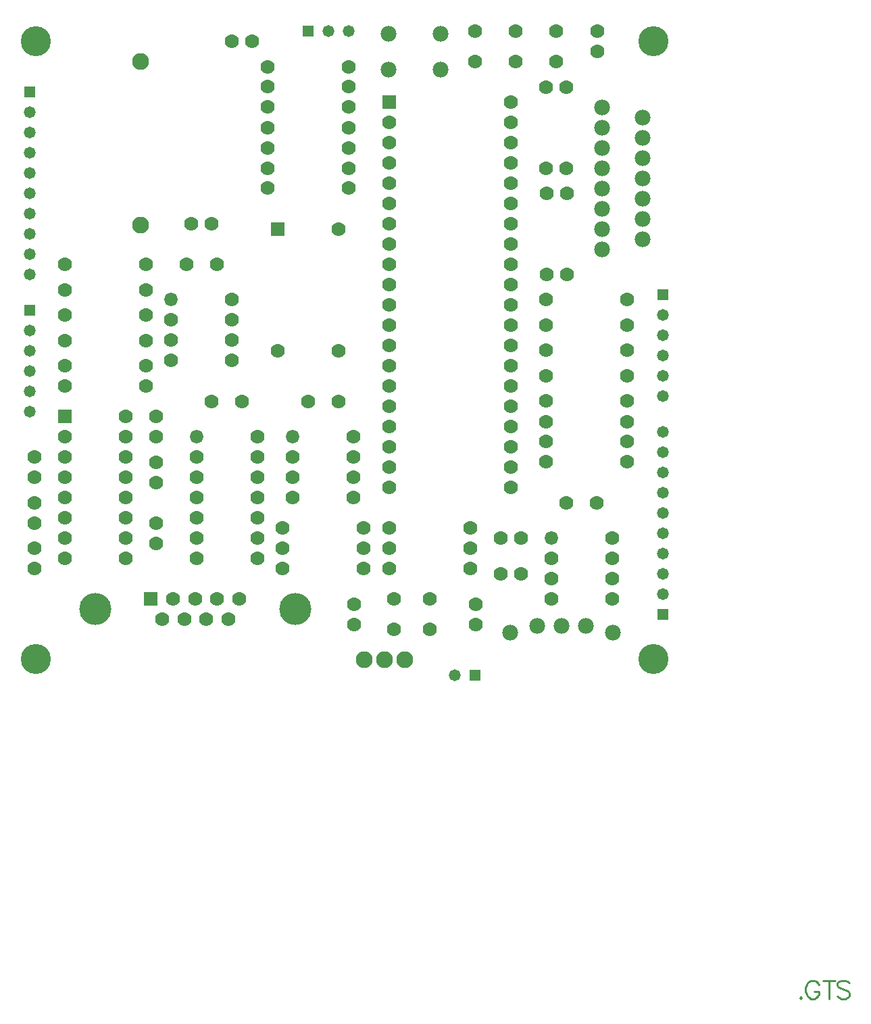
<source format=gts>
%FSLAX43Y43*%
%MOMM*%
G71*
G01*
G75*
%ADD10C,0.254*%
%ADD11C,0.203*%
%ADD12C,0.305*%
%ADD13C,0.508*%
%ADD14C,0.762*%
%ADD15C,0.381*%
%ADD16C,1.016*%
%ADD17C,0.229*%
%ADD18C,1.270*%
%ADD19R,1.270X1.270*%
%ADD20C,1.575*%
%ADD21C,1.905*%
%ADD22C,1.778*%
%ADD23P,1.575X8X0*%
%ADD24C,3.556*%
%ADD25R,1.575X1.575*%
%ADD26C,3.810*%
%ADD27C,0.200*%
%ADD28C,1.473*%
%ADD29R,1.473X1.473*%
%ADD30C,2.108*%
%ADD31C,1.981*%
%ADD32P,1.778X8X0*%
%ADD33C,3.759*%
%ADD34R,1.778X1.778*%
%ADD35C,4.013*%
D17*
X282917Y137106D02*
X282808Y136998D01*
X282917Y136889D01*
X283025Y136998D01*
X282917Y137106D01*
X285159Y138630D02*
X285050Y138848D01*
X284832Y139065D01*
X284614Y139174D01*
X284179D01*
X283961Y139065D01*
X283744Y138848D01*
X283635Y138630D01*
X283526Y138304D01*
Y137759D01*
X283635Y137433D01*
X283744Y137215D01*
X283961Y136998D01*
X284179Y136889D01*
X284614D01*
X284832Y136998D01*
X285050Y137215D01*
X285159Y137433D01*
Y137759D01*
X284614D02*
X285159D01*
X286443Y139174D02*
Y136889D01*
X285681Y139174D02*
X287205D01*
X289000Y138848D02*
X288783Y139065D01*
X288456Y139174D01*
X288021D01*
X287694Y139065D01*
X287477Y138848D01*
Y138630D01*
X287586Y138412D01*
X287694Y138304D01*
X287912Y138195D01*
X288565Y137977D01*
X288783Y137868D01*
X288892Y137759D01*
X289000Y137542D01*
Y137215D01*
X288783Y136998D01*
X288456Y136889D01*
X288021D01*
X287694Y136998D01*
X287477Y137215D01*
D22*
X216098Y248570D02*
D03*
X226258D02*
D03*
X216082Y253627D02*
D03*
X226242D02*
D03*
Y246007D02*
D03*
X216082D02*
D03*
Y240927D02*
D03*
X226242D02*
D03*
Y243467D02*
D03*
X216082D02*
D03*
X261183Y206660D02*
D03*
X251023D02*
D03*
X261183Y211740D02*
D03*
X251023D02*
D03*
Y204120D02*
D03*
X261183D02*
D03*
X226258Y238410D02*
D03*
X216098D02*
D03*
X251026Y237756D02*
D03*
Y227596D02*
D03*
X253566D02*
D03*
Y237756D02*
D03*
X200842Y213622D02*
D03*
X190682D02*
D03*
Y216162D02*
D03*
X200842D02*
D03*
X226258Y251110D02*
D03*
X216098D02*
D03*
X253543Y251107D02*
D03*
Y240947D02*
D03*
X251003D02*
D03*
Y251107D02*
D03*
X190682Y219337D02*
D03*
X200842D02*
D03*
Y225687D02*
D03*
X190682D02*
D03*
Y222512D02*
D03*
X200842D02*
D03*
X251023Y218090D02*
D03*
X261183D02*
D03*
X190682Y228862D02*
D03*
X200842D02*
D03*
X251023Y221265D02*
D03*
X261183D02*
D03*
Y214915D02*
D03*
X251023D02*
D03*
Y224440D02*
D03*
X261183D02*
D03*
X226893Y207295D02*
D03*
Y204755D02*
D03*
Y202215D02*
D03*
Y199675D02*
D03*
X219273D02*
D03*
Y202215D02*
D03*
Y204755D02*
D03*
X204033Y221900D02*
D03*
Y219360D02*
D03*
Y216820D02*
D03*
X211653D02*
D03*
Y219360D02*
D03*
Y221900D02*
D03*
Y224440D02*
D03*
X259278Y194595D02*
D03*
Y192055D02*
D03*
Y189515D02*
D03*
Y186975D02*
D03*
X251658D02*
D03*
Y189515D02*
D03*
Y192055D02*
D03*
X207208Y204755D02*
D03*
Y202215D02*
D03*
Y199675D02*
D03*
Y197135D02*
D03*
Y194595D02*
D03*
Y192055D02*
D03*
X214828D02*
D03*
Y194595D02*
D03*
Y197135D02*
D03*
Y199675D02*
D03*
Y202215D02*
D03*
Y204755D02*
D03*
Y207295D02*
D03*
X224991Y218071D02*
D03*
X217371D02*
D03*
X224991Y233311D02*
D03*
X190698Y194595D02*
D03*
Y192055D02*
D03*
X198318D02*
D03*
Y194595D02*
D03*
Y204755D02*
D03*
Y197135D02*
D03*
Y202215D02*
D03*
Y199675D02*
D03*
X190698Y197135D02*
D03*
Y207295D02*
D03*
Y199675D02*
D03*
Y202215D02*
D03*
Y204755D02*
D03*
X198318Y207295D02*
D03*
Y209835D02*
D03*
X231341Y223786D02*
D03*
X246581Y228866D02*
D03*
Y231406D02*
D03*
Y233946D02*
D03*
Y246646D02*
D03*
Y249186D02*
D03*
X231341Y236486D02*
D03*
X246581Y208546D02*
D03*
Y206006D02*
D03*
X231341D02*
D03*
Y221246D02*
D03*
X246581Y226326D02*
D03*
X231341Y208546D02*
D03*
Y203466D02*
D03*
Y233946D02*
D03*
Y239026D02*
D03*
Y241566D02*
D03*
Y244106D02*
D03*
Y246646D02*
D03*
Y211086D02*
D03*
Y213626D02*
D03*
X246581Y223786D02*
D03*
Y221246D02*
D03*
Y218706D02*
D03*
Y216166D02*
D03*
Y203466D02*
D03*
Y200926D02*
D03*
X231341D02*
D03*
Y226326D02*
D03*
Y231406D02*
D03*
Y228866D02*
D03*
Y218706D02*
D03*
X246581Y236486D02*
D03*
Y239026D02*
D03*
Y213626D02*
D03*
Y241566D02*
D03*
Y244106D02*
D03*
Y211086D02*
D03*
X231341Y216166D02*
D03*
X212551Y186952D02*
D03*
X207014D02*
D03*
X204246D02*
D03*
X211180Y184412D02*
D03*
X208411D02*
D03*
X205643D02*
D03*
X202874D02*
D03*
X209783Y186952D02*
D03*
X231322Y193302D02*
D03*
X241482D02*
D03*
X231338Y190785D02*
D03*
X241498D02*
D03*
X241482Y195842D02*
D03*
X231322D02*
D03*
X228163Y195865D02*
D03*
X218003D02*
D03*
X228163Y193325D02*
D03*
X218003D02*
D03*
X228147Y190762D02*
D03*
X217987D02*
D03*
X251007Y209177D02*
D03*
X261167D02*
D03*
X186880Y190774D02*
D03*
Y193314D02*
D03*
X202120Y204109D02*
D03*
Y201569D02*
D03*
X186880Y199029D02*
D03*
Y196489D02*
D03*
X202120Y207284D02*
D03*
Y209824D02*
D03*
X186880Y204744D02*
D03*
Y202204D02*
D03*
X257376Y255536D02*
D03*
Y258076D02*
D03*
X226896Y186321D02*
D03*
Y183781D02*
D03*
X242136D02*
D03*
Y186321D02*
D03*
X221170Y211729D02*
D03*
X224980D02*
D03*
X257365Y199029D02*
D03*
X253555D02*
D03*
X209105Y211729D02*
D03*
X212915D02*
D03*
X252285Y254274D02*
D03*
Y258084D02*
D03*
X247205D02*
D03*
Y254274D02*
D03*
X236410Y183154D02*
D03*
Y186964D02*
D03*
X231965D02*
D03*
Y183154D02*
D03*
X242125Y254274D02*
D03*
Y258084D02*
D03*
X205930Y228874D02*
D03*
X209740D02*
D03*
X202108Y193957D02*
D03*
Y196497D02*
D03*
X209105Y233954D02*
D03*
X206565D02*
D03*
X214193Y256825D02*
D03*
X211653D02*
D03*
X245308Y194595D02*
D03*
X247848D02*
D03*
X245292Y190127D02*
D03*
X247832D02*
D03*
D28*
X265631Y212356D02*
D03*
Y214896D02*
D03*
Y217436D02*
D03*
Y219976D02*
D03*
Y222516D02*
D03*
X186256Y220611D02*
D03*
Y218071D02*
D03*
Y215531D02*
D03*
Y212991D02*
D03*
Y210451D02*
D03*
X226258Y258095D02*
D03*
X239577Y177427D02*
D03*
X223718Y258095D02*
D03*
X265608Y207927D02*
D03*
Y205387D02*
D03*
Y202847D02*
D03*
Y200307D02*
D03*
Y197767D02*
D03*
Y195227D02*
D03*
Y192687D02*
D03*
Y190147D02*
D03*
Y187607D02*
D03*
X186256Y247916D02*
D03*
Y245376D02*
D03*
Y242836D02*
D03*
Y240296D02*
D03*
Y237756D02*
D03*
Y235216D02*
D03*
Y232676D02*
D03*
Y230136D02*
D03*
Y227596D02*
D03*
D29*
X265631Y225056D02*
D03*
X186256Y223151D02*
D03*
X242117Y177427D02*
D03*
X221178Y258095D02*
D03*
X265608Y185067D02*
D03*
X186256Y250456D02*
D03*
D30*
X200203Y254282D02*
D03*
Y233784D02*
D03*
X230706Y179336D02*
D03*
X233246D02*
D03*
X228166D02*
D03*
D31*
X237747Y253282D02*
D03*
X231247D02*
D03*
X252928Y183565D02*
D03*
X255976D02*
D03*
X249880D02*
D03*
X246528Y182765D02*
D03*
X259328D02*
D03*
X258011Y238391D02*
D03*
X263091Y244741D02*
D03*
Y237121D02*
D03*
Y234581D02*
D03*
X258011Y230771D02*
D03*
Y248551D02*
D03*
X263091Y232041D02*
D03*
X258011Y233311D02*
D03*
Y246011D02*
D03*
X263091Y247281D02*
D03*
Y239661D02*
D03*
Y242201D02*
D03*
X258011Y240931D02*
D03*
Y243471D02*
D03*
Y235851D02*
D03*
X231247Y257782D02*
D03*
X237747D02*
D03*
D32*
X207208Y207295D02*
D03*
X219273D02*
D03*
X204033Y224440D02*
D03*
X251658Y194595D02*
D03*
D33*
X187050Y256814D02*
D03*
X264430D02*
D03*
Y179434D02*
D03*
X187050D02*
D03*
D34*
X217371Y233311D02*
D03*
X190698Y209835D02*
D03*
X231341Y249186D02*
D03*
X201477Y186952D02*
D03*
D35*
X219536Y185682D02*
D03*
X194492D02*
D03*
M02*

</source>
